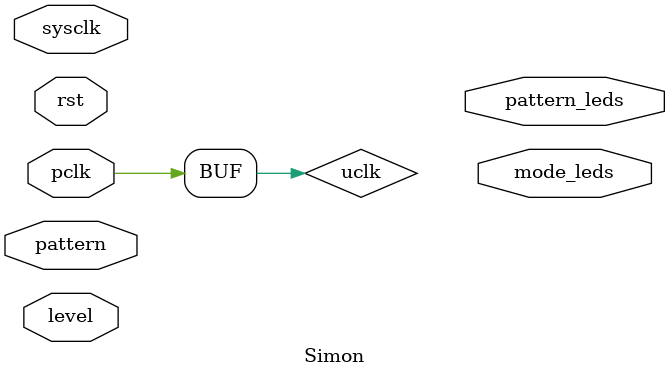
<source format=v>

`include "ButtonDebouncer.v"
`include "SimonControl.v"
`include "SimonDatapath.v"

module Simon(
	input        sysclk,
	input        pclk,
	input        rst,
	input        level,
	input  [3:0] pattern,

	output [3:0] pattern_leds,
	output [2:0] mode_leds
);

	// Declare local connections here
	// wire localconn1; ...

	//============================================
	// Button Debouncer Section
	//============================================

	//--------------------------------------------
	// IMPORTANT!!!! If simulating, use this line:
	//--------------------------------------------
	wire uclk = pclk;
	//--------------------------------------------
	// IMPORTANT!!!! If using FPGA, use this line:
	//--------------------------------------------
	//wire uclk;
	//ButtonDebouncer debouncer(
	//	.sysclk(sysclk),
	//	.noisy_btn(pclk),
	//	.clean_btn(uclk)
	//);

	//============================================
	// End Button Debouncer Section
	//============================================

	// Datapath -- Add port connections
	SimonDatapath dpath(
		.clk           (uclk),
		.level         (level),
		.pattern       (pattern),

		// ...
	);

	// Control -- Add port connections
	SimonControl ctrl(
		.clk           (uclk),
		.rst           (rst),

		// ...
	);

endmodule

</source>
